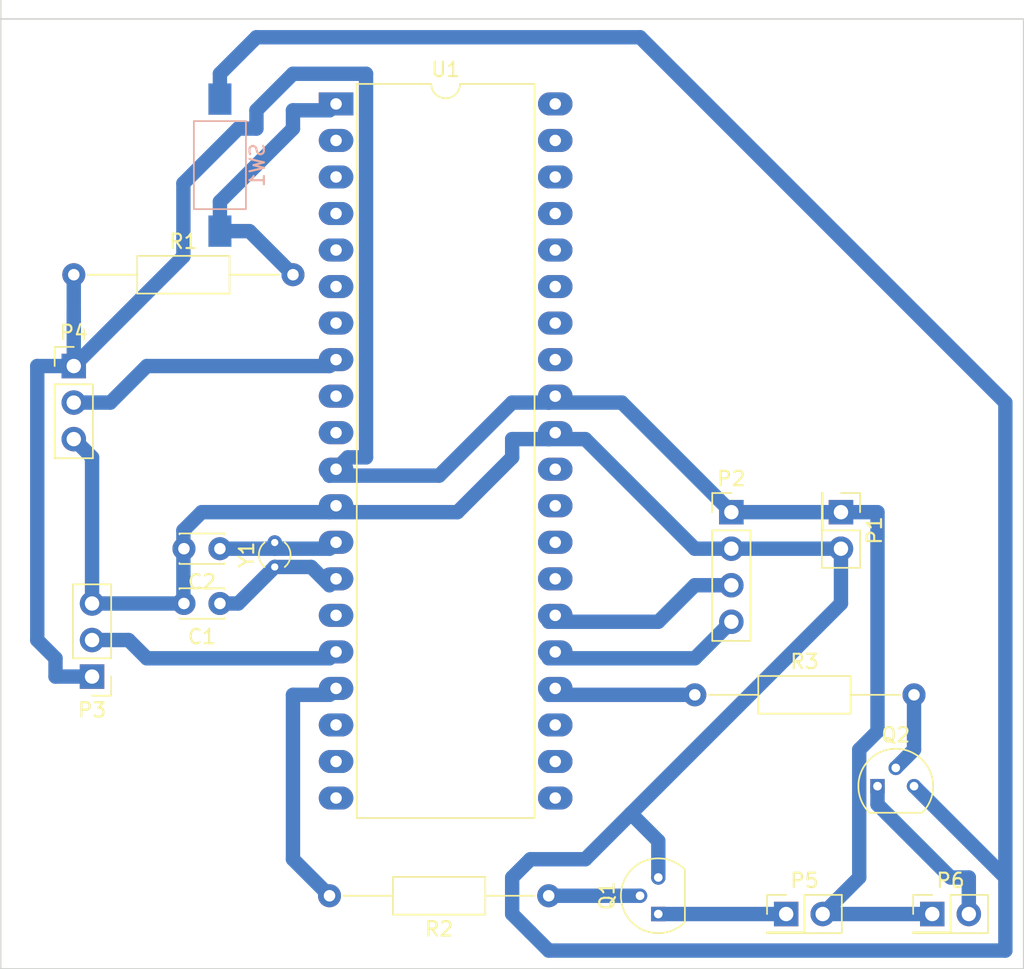
<source format=kicad_pcb>
(kicad_pcb (version 4) (host pcbnew 4.0.7)

  (general
    (links 34)
    (no_connects 0)
    (area 133.299999 87.579999 204.520001 154.990001)
    (thickness 1.6)
    (drawings 5)
    (tracks 120)
    (zones 0)
    (modules 16)
    (nets 42)
  )

  (page A4)
  (layers
    (0 F.Cu signal)
    (31 B.Cu signal)
    (32 B.Adhes user)
    (33 F.Adhes user)
    (34 B.Paste user)
    (35 F.Paste user)
    (36 B.SilkS user)
    (37 F.SilkS user)
    (38 B.Mask user)
    (39 F.Mask user)
    (40 Dwgs.User user)
    (41 Cmts.User user)
    (42 Eco1.User user)
    (43 Eco2.User user)
    (44 Edge.Cuts user)
    (45 Margin user)
    (46 B.CrtYd user)
    (47 F.CrtYd user)
    (48 B.Fab user)
    (49 F.Fab user)
  )

  (setup
    (last_trace_width 1)
    (trace_clearance 0.2)
    (zone_clearance 0.508)
    (zone_45_only no)
    (trace_min 0.2)
    (segment_width 0.2)
    (edge_width 0.1)
    (via_size 0.6)
    (via_drill 0.4)
    (via_min_size 0.4)
    (via_min_drill 0.3)
    (uvia_size 0.3)
    (uvia_drill 0.1)
    (uvias_allowed no)
    (uvia_min_size 0.2)
    (uvia_min_drill 0.1)
    (pcb_text_width 0.3)
    (pcb_text_size 1.5 1.5)
    (mod_edge_width 0.15)
    (mod_text_size 1 1)
    (mod_text_width 0.15)
    (pad_size 1.5 1.5)
    (pad_drill 0.6)
    (pad_to_mask_clearance 0)
    (aux_axis_origin 0 0)
    (visible_elements 7FFFFFFF)
    (pcbplotparams
      (layerselection 0x00030_80000001)
      (usegerberextensions false)
      (excludeedgelayer true)
      (linewidth 0.100000)
      (plotframeref false)
      (viasonmask false)
      (mode 1)
      (useauxorigin false)
      (hpglpennumber 1)
      (hpglpenspeed 20)
      (hpglpendiameter 15)
      (hpglpenoverlay 2)
      (psnegative false)
      (psa4output false)
      (plotreference true)
      (plotvalue true)
      (plotinvisibletext false)
      (padsonsilk false)
      (subtractmaskfromsilk false)
      (outputformat 1)
      (mirror false)
      (drillshape 1)
      (scaleselection 1)
      (outputdirectory ""))
  )

  (net 0 "")
  (net 1 "Net-(C1-Pad1)")
  (net 2 GND)
  (net 3 "Net-(C2-Pad1)")
  (net 4 +5V)
  (net 5 "Net-(P2-Pad3)")
  (net 6 "Net-(P2-Pad4)")
  (net 7 RC1)
  (net 8 RE0)
  (net 9 "Net-(P5-Pad1)")
  (net 10 "Net-(P6-Pad2)")
  (net 11 "Net-(Q1-Pad2)")
  (net 12 "Net-(Q2-Pad2)")
  (net 13 "Net-(R1-Pad2)")
  (net 14 RC2)
  (net 15 RC5)
  (net 16 "Net-(U1-Pad33)")
  (net 17 "Net-(U1-Pad2)")
  (net 18 "Net-(U1-Pad34)")
  (net 19 "Net-(U1-Pad3)")
  (net 20 "Net-(U1-Pad35)")
  (net 21 "Net-(U1-Pad4)")
  (net 22 "Net-(U1-Pad36)")
  (net 23 "Net-(U1-Pad5)")
  (net 24 "Net-(U1-Pad37)")
  (net 25 "Net-(U1-Pad6)")
  (net 26 "Net-(U1-Pad38)")
  (net 27 "Net-(U1-Pad7)")
  (net 28 "Net-(U1-Pad39)")
  (net 29 "Net-(U1-Pad9)")
  (net 30 "Net-(U1-Pad10)")
  (net 31 "Net-(U1-Pad15)")
  (net 32 "Net-(U1-Pad18)")
  (net 33 "Net-(U1-Pad19)")
  (net 34 "Net-(U1-Pad20)")
  (net 35 "Net-(U1-Pad21)")
  (net 36 "Net-(U1-Pad22)")
  (net 37 "Net-(U1-Pad23)")
  (net 38 "Net-(U1-Pad27)")
  (net 39 "Net-(U1-Pad28)")
  (net 40 "Net-(U1-Pad29)")
  (net 41 "Net-(U1-Pad30)")

  (net_class Default "Esta é a classe de net default."
    (clearance 0.2)
    (trace_width 1)
    (via_dia 0.6)
    (via_drill 0.4)
    (uvia_dia 0.3)
    (uvia_drill 0.1)
    (add_net +5V)
    (add_net GND)
    (add_net "Net-(C1-Pad1)")
    (add_net "Net-(C2-Pad1)")
    (add_net "Net-(P2-Pad3)")
    (add_net "Net-(P2-Pad4)")
    (add_net "Net-(P5-Pad1)")
    (add_net "Net-(P6-Pad2)")
    (add_net "Net-(Q1-Pad2)")
    (add_net "Net-(Q2-Pad2)")
    (add_net "Net-(R1-Pad2)")
    (add_net "Net-(U1-Pad10)")
    (add_net "Net-(U1-Pad15)")
    (add_net "Net-(U1-Pad18)")
    (add_net "Net-(U1-Pad19)")
    (add_net "Net-(U1-Pad2)")
    (add_net "Net-(U1-Pad20)")
    (add_net "Net-(U1-Pad21)")
    (add_net "Net-(U1-Pad22)")
    (add_net "Net-(U1-Pad23)")
    (add_net "Net-(U1-Pad27)")
    (add_net "Net-(U1-Pad28)")
    (add_net "Net-(U1-Pad29)")
    (add_net "Net-(U1-Pad3)")
    (add_net "Net-(U1-Pad30)")
    (add_net "Net-(U1-Pad33)")
    (add_net "Net-(U1-Pad34)")
    (add_net "Net-(U1-Pad35)")
    (add_net "Net-(U1-Pad36)")
    (add_net "Net-(U1-Pad37)")
    (add_net "Net-(U1-Pad38)")
    (add_net "Net-(U1-Pad39)")
    (add_net "Net-(U1-Pad4)")
    (add_net "Net-(U1-Pad5)")
    (add_net "Net-(U1-Pad6)")
    (add_net "Net-(U1-Pad7)")
    (add_net "Net-(U1-Pad9)")
    (add_net RC1)
    (add_net RC2)
    (add_net RC5)
    (add_net RE0)
  )

  (module Capacitors_THT:C_Disc_D3.0mm_W2.0mm_P2.50mm (layer F.Cu) (tedit 597BC7C2) (tstamp 59C1EEED)
    (at 148.59 129.54 180)
    (descr "C, Disc series, Radial, pin pitch=2.50mm, , diameter*width=3*2mm^2, Capacitor")
    (tags "C Disc series Radial pin pitch 2.50mm  diameter 3mm width 2mm Capacitor")
    (path /57D95E2B)
    (fp_text reference C1 (at 1.25 -2.31 180) (layer F.SilkS)
      (effects (font (size 1 1) (thickness 0.15)))
    )
    (fp_text value 22pF (at 1.25 2.31 180) (layer F.Fab)
      (effects (font (size 1 1) (thickness 0.15)))
    )
    (fp_line (start -0.25 -1) (end -0.25 1) (layer F.Fab) (width 0.1))
    (fp_line (start -0.25 1) (end 2.75 1) (layer F.Fab) (width 0.1))
    (fp_line (start 2.75 1) (end 2.75 -1) (layer F.Fab) (width 0.1))
    (fp_line (start 2.75 -1) (end -0.25 -1) (layer F.Fab) (width 0.1))
    (fp_line (start -0.31 -1.06) (end 2.81 -1.06) (layer F.SilkS) (width 0.12))
    (fp_line (start -0.31 1.06) (end 2.81 1.06) (layer F.SilkS) (width 0.12))
    (fp_line (start -0.31 -1.06) (end -0.31 -0.996) (layer F.SilkS) (width 0.12))
    (fp_line (start -0.31 0.996) (end -0.31 1.06) (layer F.SilkS) (width 0.12))
    (fp_line (start 2.81 -1.06) (end 2.81 -0.996) (layer F.SilkS) (width 0.12))
    (fp_line (start 2.81 0.996) (end 2.81 1.06) (layer F.SilkS) (width 0.12))
    (fp_line (start -1.05 -1.35) (end -1.05 1.35) (layer F.CrtYd) (width 0.05))
    (fp_line (start -1.05 1.35) (end 3.55 1.35) (layer F.CrtYd) (width 0.05))
    (fp_line (start 3.55 1.35) (end 3.55 -1.35) (layer F.CrtYd) (width 0.05))
    (fp_line (start 3.55 -1.35) (end -1.05 -1.35) (layer F.CrtYd) (width 0.05))
    (fp_text user %R (at 1.25 0 180) (layer F.Fab)
      (effects (font (size 1 1) (thickness 0.15)))
    )
    (pad 1 thru_hole circle (at 0 0 180) (size 1.6 1.6) (drill 0.8) (layers *.Cu *.Mask)
      (net 1 "Net-(C1-Pad1)"))
    (pad 2 thru_hole circle (at 2.5 0 180) (size 1.6 1.6) (drill 0.8) (layers *.Cu *.Mask)
      (net 2 GND))
    (model ${KISYS3DMOD}/Capacitors_THT.3dshapes/C_Disc_D3.0mm_W2.0mm_P2.50mm.wrl
      (at (xyz 0 0 0))
      (scale (xyz 1 1 1))
      (rotate (xyz 0 0 0))
    )
  )

  (module Pin_Headers:Pin_Header_Straight_2x01_Pitch2.54mm (layer F.Cu) (tedit 59650532) (tstamp 59C1EEF9)
    (at 191.77 123.19 270)
    (descr "Through hole straight pin header, 2x01, 2.54mm pitch, double rows")
    (tags "Through hole pin header THT 2x01 2.54mm double row")
    (path /57D95175)
    (fp_text reference P1 (at 1.27 -2.33 270) (layer F.SilkS)
      (effects (font (size 1 1) (thickness 0.15)))
    )
    (fp_text value POWER (at 1.27 2.33 270) (layer F.Fab)
      (effects (font (size 1 1) (thickness 0.15)))
    )
    (fp_line (start 0 -1.27) (end 3.81 -1.27) (layer F.Fab) (width 0.1))
    (fp_line (start 3.81 -1.27) (end 3.81 1.27) (layer F.Fab) (width 0.1))
    (fp_line (start 3.81 1.27) (end -1.27 1.27) (layer F.Fab) (width 0.1))
    (fp_line (start -1.27 1.27) (end -1.27 0) (layer F.Fab) (width 0.1))
    (fp_line (start -1.27 0) (end 0 -1.27) (layer F.Fab) (width 0.1))
    (fp_line (start -1.33 1.33) (end 3.87 1.33) (layer F.SilkS) (width 0.12))
    (fp_line (start -1.33 1.27) (end -1.33 1.33) (layer F.SilkS) (width 0.12))
    (fp_line (start 3.87 -1.33) (end 3.87 1.33) (layer F.SilkS) (width 0.12))
    (fp_line (start -1.33 1.27) (end 1.27 1.27) (layer F.SilkS) (width 0.12))
    (fp_line (start 1.27 1.27) (end 1.27 -1.33) (layer F.SilkS) (width 0.12))
    (fp_line (start 1.27 -1.33) (end 3.87 -1.33) (layer F.SilkS) (width 0.12))
    (fp_line (start -1.33 0) (end -1.33 -1.33) (layer F.SilkS) (width 0.12))
    (fp_line (start -1.33 -1.33) (end 0 -1.33) (layer F.SilkS) (width 0.12))
    (fp_line (start -1.8 -1.8) (end -1.8 1.8) (layer F.CrtYd) (width 0.05))
    (fp_line (start -1.8 1.8) (end 4.35 1.8) (layer F.CrtYd) (width 0.05))
    (fp_line (start 4.35 1.8) (end 4.35 -1.8) (layer F.CrtYd) (width 0.05))
    (fp_line (start 4.35 -1.8) (end -1.8 -1.8) (layer F.CrtYd) (width 0.05))
    (fp_text user %R (at 1.27 0 360) (layer F.Fab)
      (effects (font (size 1 1) (thickness 0.15)))
    )
    (pad 1 thru_hole rect (at 0 0 270) (size 1.7 1.7) (drill 1) (layers *.Cu *.Mask)
      (net 4 +5V))
    (pad 2 thru_hole oval (at 2.54 0 270) (size 1.7 1.7) (drill 1) (layers *.Cu *.Mask)
      (net 2 GND))
    (model ${KISYS3DMOD}/Pin_Headers.3dshapes/Pin_Header_Straight_2x01_Pitch2.54mm.wrl
      (at (xyz 0 0 0))
      (scale (xyz 1 1 1))
      (rotate (xyz 0 0 0))
    )
  )

  (module Pin_Headers:Pin_Header_Straight_1x03_Pitch2.54mm (layer F.Cu) (tedit 59650532) (tstamp 59C1EF08)
    (at 139.7 134.62 180)
    (descr "Through hole straight pin header, 1x03, 2.54mm pitch, single row")
    (tags "Through hole pin header THT 1x03 2.54mm single row")
    (path /59B017FA)
    (fp_text reference P3 (at 0 -2.33 180) (layer F.SilkS)
      (effects (font (size 1 1) (thickness 0.15)))
    )
    (fp_text value SERVO_MOTOR (at 0 7.41 180) (layer F.Fab)
      (effects (font (size 1 1) (thickness 0.15)))
    )
    (fp_line (start -0.635 -1.27) (end 1.27 -1.27) (layer F.Fab) (width 0.1))
    (fp_line (start 1.27 -1.27) (end 1.27 6.35) (layer F.Fab) (width 0.1))
    (fp_line (start 1.27 6.35) (end -1.27 6.35) (layer F.Fab) (width 0.1))
    (fp_line (start -1.27 6.35) (end -1.27 -0.635) (layer F.Fab) (width 0.1))
    (fp_line (start -1.27 -0.635) (end -0.635 -1.27) (layer F.Fab) (width 0.1))
    (fp_line (start -1.33 6.41) (end 1.33 6.41) (layer F.SilkS) (width 0.12))
    (fp_line (start -1.33 1.27) (end -1.33 6.41) (layer F.SilkS) (width 0.12))
    (fp_line (start 1.33 1.27) (end 1.33 6.41) (layer F.SilkS) (width 0.12))
    (fp_line (start -1.33 1.27) (end 1.33 1.27) (layer F.SilkS) (width 0.12))
    (fp_line (start -1.33 0) (end -1.33 -1.33) (layer F.SilkS) (width 0.12))
    (fp_line (start -1.33 -1.33) (end 0 -1.33) (layer F.SilkS) (width 0.12))
    (fp_line (start -1.8 -1.8) (end -1.8 6.85) (layer F.CrtYd) (width 0.05))
    (fp_line (start -1.8 6.85) (end 1.8 6.85) (layer F.CrtYd) (width 0.05))
    (fp_line (start 1.8 6.85) (end 1.8 -1.8) (layer F.CrtYd) (width 0.05))
    (fp_line (start 1.8 -1.8) (end -1.8 -1.8) (layer F.CrtYd) (width 0.05))
    (fp_text user %R (at 0 2.54 270) (layer F.Fab)
      (effects (font (size 1 1) (thickness 0.15)))
    )
    (pad 1 thru_hole rect (at 0 0 180) (size 1.7 1.7) (drill 1) (layers *.Cu *.Mask)
      (net 4 +5V))
    (pad 2 thru_hole oval (at 0 2.54 180) (size 1.7 1.7) (drill 1) (layers *.Cu *.Mask)
      (net 7 RC1))
    (pad 3 thru_hole oval (at 0 5.08 180) (size 1.7 1.7) (drill 1) (layers *.Cu *.Mask)
      (net 2 GND))
    (model ${KISYS3DMOD}/Pin_Headers.3dshapes/Pin_Header_Straight_1x03_Pitch2.54mm.wrl
      (at (xyz 0 0 0))
      (scale (xyz 1 1 1))
      (rotate (xyz 0 0 0))
    )
  )

  (module Pin_Headers:Pin_Header_Straight_2x01_Pitch2.54mm (layer F.Cu) (tedit 59650532) (tstamp 59C1EF15)
    (at 187.96 151.13)
    (descr "Through hole straight pin header, 2x01, 2.54mm pitch, double rows")
    (tags "Through hole pin header THT 2x01 2.54mm double row")
    (path /59B095EC)
    (fp_text reference P5 (at 1.27 -2.33) (layer F.SilkS)
      (effects (font (size 1 1) (thickness 0.15)))
    )
    (fp_text value ventilador (at 1.27 2.33) (layer F.Fab)
      (effects (font (size 1 1) (thickness 0.15)))
    )
    (fp_line (start 0 -1.27) (end 3.81 -1.27) (layer F.Fab) (width 0.1))
    (fp_line (start 3.81 -1.27) (end 3.81 1.27) (layer F.Fab) (width 0.1))
    (fp_line (start 3.81 1.27) (end -1.27 1.27) (layer F.Fab) (width 0.1))
    (fp_line (start -1.27 1.27) (end -1.27 0) (layer F.Fab) (width 0.1))
    (fp_line (start -1.27 0) (end 0 -1.27) (layer F.Fab) (width 0.1))
    (fp_line (start -1.33 1.33) (end 3.87 1.33) (layer F.SilkS) (width 0.12))
    (fp_line (start -1.33 1.27) (end -1.33 1.33) (layer F.SilkS) (width 0.12))
    (fp_line (start 3.87 -1.33) (end 3.87 1.33) (layer F.SilkS) (width 0.12))
    (fp_line (start -1.33 1.27) (end 1.27 1.27) (layer F.SilkS) (width 0.12))
    (fp_line (start 1.27 1.27) (end 1.27 -1.33) (layer F.SilkS) (width 0.12))
    (fp_line (start 1.27 -1.33) (end 3.87 -1.33) (layer F.SilkS) (width 0.12))
    (fp_line (start -1.33 0) (end -1.33 -1.33) (layer F.SilkS) (width 0.12))
    (fp_line (start -1.33 -1.33) (end 0 -1.33) (layer F.SilkS) (width 0.12))
    (fp_line (start -1.8 -1.8) (end -1.8 1.8) (layer F.CrtYd) (width 0.05))
    (fp_line (start -1.8 1.8) (end 4.35 1.8) (layer F.CrtYd) (width 0.05))
    (fp_line (start 4.35 1.8) (end 4.35 -1.8) (layer F.CrtYd) (width 0.05))
    (fp_line (start 4.35 -1.8) (end -1.8 -1.8) (layer F.CrtYd) (width 0.05))
    (fp_text user %R (at 1.27 0 90) (layer F.Fab)
      (effects (font (size 1 1) (thickness 0.15)))
    )
    (pad 1 thru_hole rect (at 0 0) (size 1.7 1.7) (drill 1) (layers *.Cu *.Mask)
      (net 9 "Net-(P5-Pad1)"))
    (pad 2 thru_hole oval (at 2.54 0) (size 1.7 1.7) (drill 1) (layers *.Cu *.Mask)
      (net 4 +5V))
    (model ${KISYS3DMOD}/Pin_Headers.3dshapes/Pin_Header_Straight_2x01_Pitch2.54mm.wrl
      (at (xyz 0 0 0))
      (scale (xyz 1 1 1))
      (rotate (xyz 0 0 0))
    )
  )

  (module Pin_Headers:Pin_Header_Straight_2x01_Pitch2.54mm (layer F.Cu) (tedit 59650532) (tstamp 59C1EF1B)
    (at 198.12 151.13)
    (descr "Through hole straight pin header, 2x01, 2.54mm pitch, double rows")
    (tags "Through hole pin header THT 2x01 2.54mm double row")
    (path /59B098D4)
    (fp_text reference P6 (at 1.27 -2.33) (layer F.SilkS)
      (effects (font (size 1 1) (thickness 0.15)))
    )
    (fp_text value aquecedor (at 1.27 2.33) (layer F.Fab)
      (effects (font (size 1 1) (thickness 0.15)))
    )
    (fp_line (start 0 -1.27) (end 3.81 -1.27) (layer F.Fab) (width 0.1))
    (fp_line (start 3.81 -1.27) (end 3.81 1.27) (layer F.Fab) (width 0.1))
    (fp_line (start 3.81 1.27) (end -1.27 1.27) (layer F.Fab) (width 0.1))
    (fp_line (start -1.27 1.27) (end -1.27 0) (layer F.Fab) (width 0.1))
    (fp_line (start -1.27 0) (end 0 -1.27) (layer F.Fab) (width 0.1))
    (fp_line (start -1.33 1.33) (end 3.87 1.33) (layer F.SilkS) (width 0.12))
    (fp_line (start -1.33 1.27) (end -1.33 1.33) (layer F.SilkS) (width 0.12))
    (fp_line (start 3.87 -1.33) (end 3.87 1.33) (layer F.SilkS) (width 0.12))
    (fp_line (start -1.33 1.27) (end 1.27 1.27) (layer F.SilkS) (width 0.12))
    (fp_line (start 1.27 1.27) (end 1.27 -1.33) (layer F.SilkS) (width 0.12))
    (fp_line (start 1.27 -1.33) (end 3.87 -1.33) (layer F.SilkS) (width 0.12))
    (fp_line (start -1.33 0) (end -1.33 -1.33) (layer F.SilkS) (width 0.12))
    (fp_line (start -1.33 -1.33) (end 0 -1.33) (layer F.SilkS) (width 0.12))
    (fp_line (start -1.8 -1.8) (end -1.8 1.8) (layer F.CrtYd) (width 0.05))
    (fp_line (start -1.8 1.8) (end 4.35 1.8) (layer F.CrtYd) (width 0.05))
    (fp_line (start 4.35 1.8) (end 4.35 -1.8) (layer F.CrtYd) (width 0.05))
    (fp_line (start 4.35 -1.8) (end -1.8 -1.8) (layer F.CrtYd) (width 0.05))
    (fp_text user %R (at 1.27 0 90) (layer F.Fab)
      (effects (font (size 1 1) (thickness 0.15)))
    )
    (pad 1 thru_hole rect (at 0 0) (size 1.7 1.7) (drill 1) (layers *.Cu *.Mask)
      (net 4 +5V))
    (pad 2 thru_hole oval (at 2.54 0) (size 1.7 1.7) (drill 1) (layers *.Cu *.Mask)
      (net 10 "Net-(P6-Pad2)"))
    (model ${KISYS3DMOD}/Pin_Headers.3dshapes/Pin_Header_Straight_2x01_Pitch2.54mm.wrl
      (at (xyz 0 0 0))
      (scale (xyz 1 1 1))
      (rotate (xyz 0 0 0))
    )
  )

  (module TO_SOT_Packages_THT:TO-92_Molded_Narrow (layer F.Cu) (tedit 58CE52AF) (tstamp 59C1EF22)
    (at 179.07 151.13 90)
    (descr "TO-92 leads molded, narrow, drill 0.6mm (see NXP sot054_po.pdf)")
    (tags "to-92 sc-43 sc-43a sot54 PA33 transistor")
    (path /59B03E24)
    (fp_text reference Q1 (at 1.27 -3.56 90) (layer F.SilkS)
      (effects (font (size 1 1) (thickness 0.15)))
    )
    (fp_text value BC548 (at 1.27 2.79 90) (layer F.Fab)
      (effects (font (size 1 1) (thickness 0.15)))
    )
    (fp_text user %R (at 1.27 -3.56 90) (layer F.Fab)
      (effects (font (size 1 1) (thickness 0.15)))
    )
    (fp_line (start -0.53 1.85) (end 3.07 1.85) (layer F.SilkS) (width 0.12))
    (fp_line (start -0.5 1.75) (end 3 1.75) (layer F.Fab) (width 0.1))
    (fp_line (start -1.46 -2.73) (end 4 -2.73) (layer F.CrtYd) (width 0.05))
    (fp_line (start -1.46 -2.73) (end -1.46 2.01) (layer F.CrtYd) (width 0.05))
    (fp_line (start 4 2.01) (end 4 -2.73) (layer F.CrtYd) (width 0.05))
    (fp_line (start 4 2.01) (end -1.46 2.01) (layer F.CrtYd) (width 0.05))
    (fp_arc (start 1.27 0) (end 1.27 -2.48) (angle 135) (layer F.Fab) (width 0.1))
    (fp_arc (start 1.27 0) (end 1.27 -2.6) (angle -135) (layer F.SilkS) (width 0.12))
    (fp_arc (start 1.27 0) (end 1.27 -2.48) (angle -135) (layer F.Fab) (width 0.1))
    (fp_arc (start 1.27 0) (end 1.27 -2.6) (angle 135) (layer F.SilkS) (width 0.12))
    (pad 2 thru_hole circle (at 1.27 -1.27 180) (size 1 1) (drill 0.6) (layers *.Cu *.Mask)
      (net 11 "Net-(Q1-Pad2)"))
    (pad 3 thru_hole circle (at 2.54 0 180) (size 1 1) (drill 0.6) (layers *.Cu *.Mask)
      (net 2 GND))
    (pad 1 thru_hole rect (at 0 0 180) (size 1 1) (drill 0.6) (layers *.Cu *.Mask)
      (net 9 "Net-(P5-Pad1)"))
    (model ${KISYS3DMOD}/TO_SOT_Packages_THT.3dshapes/TO-92_Molded_Narrow.wrl
      (at (xyz 0.05 0 0))
      (scale (xyz 1 1 1))
      (rotate (xyz 0 0 -90))
    )
  )

  (module TO_SOT_Packages_THT:TO-92_Molded_Narrow (layer F.Cu) (tedit 58CE52AF) (tstamp 59C1EF29)
    (at 194.31 142.24)
    (descr "TO-92 leads molded, narrow, drill 0.6mm (see NXP sot054_po.pdf)")
    (tags "to-92 sc-43 sc-43a sot54 PA33 transistor")
    (path /59B0302E)
    (fp_text reference Q2 (at 1.27 -3.56) (layer F.SilkS)
      (effects (font (size 1 1) (thickness 0.15)))
    )
    (fp_text value BC548 (at 1.27 2.79) (layer F.Fab)
      (effects (font (size 1 1) (thickness 0.15)))
    )
    (fp_text user %R (at 1.27 -3.56) (layer F.Fab)
      (effects (font (size 1 1) (thickness 0.15)))
    )
    (fp_line (start -0.53 1.85) (end 3.07 1.85) (layer F.SilkS) (width 0.12))
    (fp_line (start -0.5 1.75) (end 3 1.75) (layer F.Fab) (width 0.1))
    (fp_line (start -1.46 -2.73) (end 4 -2.73) (layer F.CrtYd) (width 0.05))
    (fp_line (start -1.46 -2.73) (end -1.46 2.01) (layer F.CrtYd) (width 0.05))
    (fp_line (start 4 2.01) (end 4 -2.73) (layer F.CrtYd) (width 0.05))
    (fp_line (start 4 2.01) (end -1.46 2.01) (layer F.CrtYd) (width 0.05))
    (fp_arc (start 1.27 0) (end 1.27 -2.48) (angle 135) (layer F.Fab) (width 0.1))
    (fp_arc (start 1.27 0) (end 1.27 -2.6) (angle -135) (layer F.SilkS) (width 0.12))
    (fp_arc (start 1.27 0) (end 1.27 -2.48) (angle -135) (layer F.Fab) (width 0.1))
    (fp_arc (start 1.27 0) (end 1.27 -2.6) (angle 135) (layer F.SilkS) (width 0.12))
    (pad 2 thru_hole circle (at 1.27 -1.27 90) (size 1 1) (drill 0.6) (layers *.Cu *.Mask)
      (net 12 "Net-(Q2-Pad2)"))
    (pad 3 thru_hole circle (at 2.54 0 90) (size 1 1) (drill 0.6) (layers *.Cu *.Mask)
      (net 2 GND))
    (pad 1 thru_hole rect (at 0 0 90) (size 1 1) (drill 0.6) (layers *.Cu *.Mask)
      (net 10 "Net-(P6-Pad2)"))
    (model ${KISYS3DMOD}/TO_SOT_Packages_THT.3dshapes/TO-92_Molded_Narrow.wrl
      (at (xyz 0.05 0 0))
      (scale (xyz 1 1 1))
      (rotate (xyz 0 0 -90))
    )
  )

  (module Buttons_Switches_SMD:SW_SPST_FSMSM (layer B.Cu) (tedit 58723FBE) (tstamp 59C1EF41)
    (at 148.59 99.06 90)
    (descr http://www.te.com/commerce/DocumentDelivery/DDEController?Action=srchrtrv&DocNm=1437566-3&DocType=Customer+Drawing&DocLang=English)
    (tags "SPST button tactile switch")
    (path /57D96650)
    (attr smd)
    (fp_text reference SW1 (at 0 2.6 90) (layer B.SilkS)
      (effects (font (size 1 1) (thickness 0.15)) (justify mirror))
    )
    (fp_text value RESET (at 0 -3 90) (layer B.Fab)
      (effects (font (size 1 1) (thickness 0.15)) (justify mirror))
    )
    (fp_text user %R (at 0 2.6 90) (layer B.Fab)
      (effects (font (size 1 1) (thickness 0.15)) (justify mirror))
    )
    (fp_line (start -1.75 1) (end 1.75 1) (layer B.Fab) (width 0.1))
    (fp_line (start 1.75 1) (end 1.75 -1) (layer B.Fab) (width 0.1))
    (fp_line (start 1.75 -1) (end -1.75 -1) (layer B.Fab) (width 0.1))
    (fp_line (start -1.75 -1) (end -1.75 1) (layer B.Fab) (width 0.1))
    (fp_line (start -3.06 1.81) (end 3.06 1.81) (layer B.SilkS) (width 0.12))
    (fp_line (start 3.06 1.81) (end 3.06 -1.81) (layer B.SilkS) (width 0.12))
    (fp_line (start 3.06 -1.81) (end -3.06 -1.81) (layer B.SilkS) (width 0.12))
    (fp_line (start -3.06 -1.81) (end -3.06 1.81) (layer B.SilkS) (width 0.12))
    (fp_line (start -1.5 -0.8) (end 1.5 -0.8) (layer B.Fab) (width 0.1))
    (fp_line (start -1.5 0.8) (end 1.5 0.8) (layer B.Fab) (width 0.1))
    (fp_line (start 1.5 0.8) (end 1.5 -0.8) (layer B.Fab) (width 0.1))
    (fp_line (start -1.5 0.8) (end -1.5 -0.8) (layer B.Fab) (width 0.1))
    (fp_line (start -5.95 -2) (end 5.95 -2) (layer B.CrtYd) (width 0.05))
    (fp_line (start 5.95 2) (end 5.95 -2) (layer B.CrtYd) (width 0.05))
    (fp_line (start -3 -1.75) (end 3 -1.75) (layer B.Fab) (width 0.1))
    (fp_line (start -3 1.75) (end 3 1.75) (layer B.Fab) (width 0.1))
    (fp_line (start -3 1.75) (end -3 -1.75) (layer B.Fab) (width 0.1))
    (fp_line (start 3 1.75) (end 3 -1.75) (layer B.Fab) (width 0.1))
    (fp_line (start -5.95 2) (end -5.95 -2) (layer B.CrtYd) (width 0.05))
    (fp_line (start -5.95 2) (end 5.95 2) (layer B.CrtYd) (width 0.05))
    (pad 1 smd rect (at -4.59 0 90) (size 2.18 1.6) (layers B.Cu B.Paste B.Mask)
      (net 13 "Net-(R1-Pad2)"))
    (pad 2 smd rect (at 4.59 0 90) (size 2.18 1.6) (layers B.Cu B.Paste B.Mask)
      (net 2 GND))
    (model ${KISYS3DMOD}/Buttons_Switches_SMD.3dshapes/SW_SPST_FSMSM.wrl
      (at (xyz 0 0 0))
      (scale (xyz 1 1 1))
      (rotate (xyz 0 0 0))
    )
  )

  (module Crystals:Crystal_DS15_d1.5mm_l5.0mm_Vertical (layer F.Cu) (tedit 58CD306C) (tstamp 59C1EF8B)
    (at 152.4 127 90)
    (descr "Crystal THT DS15 5.0mm length 1.5mm diameter http://www.microcrystal.com/images/_Product-Documentation/03_TF_metal_Packages/01_Datasheet/DS-Series.pdf")
    (tags ['DS15'])
    (path /57D95C8F)
    (fp_text reference Y1 (at 0.85 -1.95 90) (layer F.SilkS)
      (effects (font (size 1 1) (thickness 0.15)))
    )
    (fp_text value 8MHz (at 0.85 1.95 90) (layer F.Fab)
      (effects (font (size 1 1) (thickness 0.15)))
    )
    (fp_text user %R (at 3 0 90) (layer F.Fab)
      (effects (font (size 0.6 0.6) (thickness 0.09)))
    )
    (fp_circle (center 0.85 0) (end 1.6 0) (layer F.Fab) (width 0.1))
    (fp_circle (center 0.85 0) (end 2.45 0) (layer F.CrtYd) (width 0.05))
    (fp_arc (start 0.85 0) (end 0 -0.7) (angle 101.1) (layer F.SilkS) (width 0.12))
    (fp_arc (start 0.85 0) (end 0 0.7) (angle -101.1) (layer F.SilkS) (width 0.12))
    (pad 1 thru_hole circle (at 0 0 90) (size 1 1) (drill 0.5) (layers *.Cu *.Mask)
      (net 1 "Net-(C1-Pad1)"))
    (pad 2 thru_hole circle (at 1.7 0 90) (size 1 1) (drill 0.5) (layers *.Cu *.Mask)
      (net 3 "Net-(C2-Pad1)"))
    (model ${KISYS3DMOD}/Crystals.3dshapes/Crystal_DS15_d1.5mm_l5.0mm_Vertical.wrl
      (at (xyz 0 0 0))
      (scale (xyz 0.393701 0.393701 0.393701))
      (rotate (xyz 0 0 0))
    )
  )

  (module Capacitors_THT:C_Disc_D3.0mm_W2.0mm_P2.50mm (layer F.Cu) (tedit 597BC7C2) (tstamp 59C27CA5)
    (at 148.59 125.73 180)
    (descr "C, Disc series, Radial, pin pitch=2.50mm, , diameter*width=3*2mm^2, Capacitor")
    (tags "C Disc series Radial pin pitch 2.50mm  diameter 3mm width 2mm Capacitor")
    (path /57D95EA2)
    (fp_text reference C2 (at 1.25 -2.31 180) (layer F.SilkS)
      (effects (font (size 1 1) (thickness 0.15)))
    )
    (fp_text value 22pF (at 1.25 2.31 180) (layer F.Fab)
      (effects (font (size 1 1) (thickness 0.15)))
    )
    (fp_line (start -0.25 -1) (end -0.25 1) (layer F.Fab) (width 0.1))
    (fp_line (start -0.25 1) (end 2.75 1) (layer F.Fab) (width 0.1))
    (fp_line (start 2.75 1) (end 2.75 -1) (layer F.Fab) (width 0.1))
    (fp_line (start 2.75 -1) (end -0.25 -1) (layer F.Fab) (width 0.1))
    (fp_line (start -0.31 -1.06) (end 2.81 -1.06) (layer F.SilkS) (width 0.12))
    (fp_line (start -0.31 1.06) (end 2.81 1.06) (layer F.SilkS) (width 0.12))
    (fp_line (start -0.31 -1.06) (end -0.31 -0.996) (layer F.SilkS) (width 0.12))
    (fp_line (start -0.31 0.996) (end -0.31 1.06) (layer F.SilkS) (width 0.12))
    (fp_line (start 2.81 -1.06) (end 2.81 -0.996) (layer F.SilkS) (width 0.12))
    (fp_line (start 2.81 0.996) (end 2.81 1.06) (layer F.SilkS) (width 0.12))
    (fp_line (start -1.05 -1.35) (end -1.05 1.35) (layer F.CrtYd) (width 0.05))
    (fp_line (start -1.05 1.35) (end 3.55 1.35) (layer F.CrtYd) (width 0.05))
    (fp_line (start 3.55 1.35) (end 3.55 -1.35) (layer F.CrtYd) (width 0.05))
    (fp_line (start 3.55 -1.35) (end -1.05 -1.35) (layer F.CrtYd) (width 0.05))
    (fp_text user %R (at 1.25 0 180) (layer F.Fab)
      (effects (font (size 1 1) (thickness 0.15)))
    )
    (pad 1 thru_hole circle (at 0 0 180) (size 1.6 1.6) (drill 0.8) (layers *.Cu *.Mask)
      (net 3 "Net-(C2-Pad1)"))
    (pad 2 thru_hole circle (at 2.5 0 180) (size 1.6 1.6) (drill 0.8) (layers *.Cu *.Mask)
      (net 2 GND))
    (model ${KISYS3DMOD}/Capacitors_THT.3dshapes/C_Disc_D3.0mm_W2.0mm_P2.50mm.wrl
      (at (xyz 0 0 0))
      (scale (xyz 1 1 1))
      (rotate (xyz 0 0 0))
    )
  )

  (module Socket_Strips:Socket_Strip_Straight_1x04_Pitch2.54mm (layer F.Cu) (tedit 58CD5446) (tstamp 59C27CAA)
    (at 184.15 123.19)
    (descr "Through hole straight socket strip, 1x04, 2.54mm pitch, single row")
    (tags "Through hole socket strip THT 1x04 2.54mm single row")
    (path /57D97849)
    (fp_text reference P2 (at 0 -2.33) (layer F.SilkS)
      (effects (font (size 1 1) (thickness 0.15)))
    )
    (fp_text value BLUETOOTH (at 0 9.95) (layer F.Fab)
      (effects (font (size 1 1) (thickness 0.15)))
    )
    (fp_line (start -1.27 -1.27) (end -1.27 8.89) (layer F.Fab) (width 0.1))
    (fp_line (start -1.27 8.89) (end 1.27 8.89) (layer F.Fab) (width 0.1))
    (fp_line (start 1.27 8.89) (end 1.27 -1.27) (layer F.Fab) (width 0.1))
    (fp_line (start 1.27 -1.27) (end -1.27 -1.27) (layer F.Fab) (width 0.1))
    (fp_line (start -1.33 1.27) (end -1.33 8.95) (layer F.SilkS) (width 0.12))
    (fp_line (start -1.33 8.95) (end 1.33 8.95) (layer F.SilkS) (width 0.12))
    (fp_line (start 1.33 8.95) (end 1.33 1.27) (layer F.SilkS) (width 0.12))
    (fp_line (start 1.33 1.27) (end -1.33 1.27) (layer F.SilkS) (width 0.12))
    (fp_line (start -1.33 0) (end -1.33 -1.33) (layer F.SilkS) (width 0.12))
    (fp_line (start -1.33 -1.33) (end 0 -1.33) (layer F.SilkS) (width 0.12))
    (fp_line (start -1.8 -1.8) (end -1.8 9.4) (layer F.CrtYd) (width 0.05))
    (fp_line (start -1.8 9.4) (end 1.8 9.4) (layer F.CrtYd) (width 0.05))
    (fp_line (start 1.8 9.4) (end 1.8 -1.8) (layer F.CrtYd) (width 0.05))
    (fp_line (start 1.8 -1.8) (end -1.8 -1.8) (layer F.CrtYd) (width 0.05))
    (fp_text user %R (at 0 -2.33) (layer F.Fab)
      (effects (font (size 1 1) (thickness 0.15)))
    )
    (pad 1 thru_hole rect (at 0 0) (size 1.7 1.7) (drill 1) (layers *.Cu *.Mask)
      (net 4 +5V))
    (pad 2 thru_hole oval (at 0 2.54) (size 1.7 1.7) (drill 1) (layers *.Cu *.Mask)
      (net 2 GND))
    (pad 3 thru_hole oval (at 0 5.08) (size 1.7 1.7) (drill 1) (layers *.Cu *.Mask)
      (net 5 "Net-(P2-Pad3)"))
    (pad 4 thru_hole oval (at 0 7.62) (size 1.7 1.7) (drill 1) (layers *.Cu *.Mask)
      (net 6 "Net-(P2-Pad4)"))
    (model ${KISYS3DMOD}/Socket_Strips.3dshapes/Socket_Strip_Straight_1x04_Pitch2.54mm.wrl
      (at (xyz 0 -0.15 0))
      (scale (xyz 1 1 1))
      (rotate (xyz 0 0 270))
    )
  )

  (module Socket_Strips:Socket_Strip_Straight_1x03_Pitch2.54mm (layer F.Cu) (tedit 58CD5446) (tstamp 59C27CB1)
    (at 138.43 113.03)
    (descr "Through hole straight socket strip, 1x03, 2.54mm pitch, single row")
    (tags "Through hole socket strip THT 1x03 2.54mm single row")
    (path /59B015FB)
    (fp_text reference P4 (at 0 -2.33) (layer F.SilkS)
      (effects (font (size 1 1) (thickness 0.15)))
    )
    (fp_text value LM35 (at 0 7.41) (layer F.Fab)
      (effects (font (size 1 1) (thickness 0.15)))
    )
    (fp_line (start -1.27 -1.27) (end -1.27 6.35) (layer F.Fab) (width 0.1))
    (fp_line (start -1.27 6.35) (end 1.27 6.35) (layer F.Fab) (width 0.1))
    (fp_line (start 1.27 6.35) (end 1.27 -1.27) (layer F.Fab) (width 0.1))
    (fp_line (start 1.27 -1.27) (end -1.27 -1.27) (layer F.Fab) (width 0.1))
    (fp_line (start -1.33 1.27) (end -1.33 6.41) (layer F.SilkS) (width 0.12))
    (fp_line (start -1.33 6.41) (end 1.33 6.41) (layer F.SilkS) (width 0.12))
    (fp_line (start 1.33 6.41) (end 1.33 1.27) (layer F.SilkS) (width 0.12))
    (fp_line (start 1.33 1.27) (end -1.33 1.27) (layer F.SilkS) (width 0.12))
    (fp_line (start -1.33 0) (end -1.33 -1.33) (layer F.SilkS) (width 0.12))
    (fp_line (start -1.33 -1.33) (end 0 -1.33) (layer F.SilkS) (width 0.12))
    (fp_line (start -1.8 -1.8) (end -1.8 6.85) (layer F.CrtYd) (width 0.05))
    (fp_line (start -1.8 6.85) (end 1.8 6.85) (layer F.CrtYd) (width 0.05))
    (fp_line (start 1.8 6.85) (end 1.8 -1.8) (layer F.CrtYd) (width 0.05))
    (fp_line (start 1.8 -1.8) (end -1.8 -1.8) (layer F.CrtYd) (width 0.05))
    (fp_text user %R (at 0 -2.33) (layer F.Fab)
      (effects (font (size 1 1) (thickness 0.15)))
    )
    (pad 1 thru_hole rect (at 0 0) (size 1.7 1.7) (drill 1) (layers *.Cu *.Mask)
      (net 4 +5V))
    (pad 2 thru_hole oval (at 0 2.54) (size 1.7 1.7) (drill 1) (layers *.Cu *.Mask)
      (net 8 RE0))
    (pad 3 thru_hole oval (at 0 5.08) (size 1.7 1.7) (drill 1) (layers *.Cu *.Mask)
      (net 2 GND))
    (model ${KISYS3DMOD}/Socket_Strips.3dshapes/Socket_Strip_Straight_1x03_Pitch2.54mm.wrl
      (at (xyz 0 -0.1 0))
      (scale (xyz 1 1 1))
      (rotate (xyz 0 0 270))
    )
  )

  (module Housings_DIP:DIP-40_W15.24mm_LongPads (layer F.Cu) (tedit 58CC8E30) (tstamp 59C27CB7)
    (at 156.665001 94.805)
    (descr "40-lead dip package, row spacing 15.24 mm (600 mils), LongPads")
    (tags "DIL DIP PDIP 2.54mm 15.24mm 600mil LongPads")
    (path /57D94CD3)
    (fp_text reference U1 (at 7.62 -2.39) (layer F.SilkS)
      (effects (font (size 1 1) (thickness 0.15)))
    )
    (fp_text value "PIC18(L)F4550-I/P" (at 7.62 50.65) (layer F.Fab)
      (effects (font (size 1 1) (thickness 0.15)))
    )
    (fp_text user %R (at 7.62 24.13) (layer F.Fab)
      (effects (font (size 1 1) (thickness 0.15)))
    )
    (fp_line (start 1.255 -1.27) (end 14.985 -1.27) (layer F.Fab) (width 0.1))
    (fp_line (start 14.985 -1.27) (end 14.985 49.53) (layer F.Fab) (width 0.1))
    (fp_line (start 14.985 49.53) (end 0.255 49.53) (layer F.Fab) (width 0.1))
    (fp_line (start 0.255 49.53) (end 0.255 -0.27) (layer F.Fab) (width 0.1))
    (fp_line (start 0.255 -0.27) (end 1.255 -1.27) (layer F.Fab) (width 0.1))
    (fp_line (start 6.62 -1.39) (end 1.44 -1.39) (layer F.SilkS) (width 0.12))
    (fp_line (start 1.44 -1.39) (end 1.44 49.65) (layer F.SilkS) (width 0.12))
    (fp_line (start 1.44 49.65) (end 13.8 49.65) (layer F.SilkS) (width 0.12))
    (fp_line (start 13.8 49.65) (end 13.8 -1.39) (layer F.SilkS) (width 0.12))
    (fp_line (start 13.8 -1.39) (end 8.62 -1.39) (layer F.SilkS) (width 0.12))
    (fp_line (start -1.5 -1.6) (end -1.5 49.8) (layer F.CrtYd) (width 0.05))
    (fp_line (start -1.5 49.8) (end 16.7 49.8) (layer F.CrtYd) (width 0.05))
    (fp_line (start 16.7 49.8) (end 16.7 -1.6) (layer F.CrtYd) (width 0.05))
    (fp_line (start 16.7 -1.6) (end -1.5 -1.6) (layer F.CrtYd) (width 0.05))
    (fp_arc (start 7.62 -1.39) (end 6.62 -1.39) (angle -180) (layer F.SilkS) (width 0.12))
    (pad 1 thru_hole rect (at 0 0) (size 2.4 1.6) (drill 0.8) (layers *.Cu *.Mask)
      (net 13 "Net-(R1-Pad2)"))
    (pad 21 thru_hole oval (at 15.24 48.26) (size 2.4 1.6) (drill 0.8) (layers *.Cu *.Mask)
      (net 35 "Net-(U1-Pad21)"))
    (pad 2 thru_hole oval (at 0 2.54) (size 2.4 1.6) (drill 0.8) (layers *.Cu *.Mask)
      (net 17 "Net-(U1-Pad2)"))
    (pad 22 thru_hole oval (at 15.24 45.72) (size 2.4 1.6) (drill 0.8) (layers *.Cu *.Mask)
      (net 36 "Net-(U1-Pad22)"))
    (pad 3 thru_hole oval (at 0 5.08) (size 2.4 1.6) (drill 0.8) (layers *.Cu *.Mask)
      (net 19 "Net-(U1-Pad3)"))
    (pad 23 thru_hole oval (at 15.24 43.18) (size 2.4 1.6) (drill 0.8) (layers *.Cu *.Mask)
      (net 37 "Net-(U1-Pad23)"))
    (pad 4 thru_hole oval (at 0 7.62) (size 2.4 1.6) (drill 0.8) (layers *.Cu *.Mask)
      (net 21 "Net-(U1-Pad4)"))
    (pad 24 thru_hole oval (at 15.24 40.64) (size 2.4 1.6) (drill 0.8) (layers *.Cu *.Mask)
      (net 15 RC5))
    (pad 5 thru_hole oval (at 0 10.16) (size 2.4 1.6) (drill 0.8) (layers *.Cu *.Mask)
      (net 23 "Net-(U1-Pad5)"))
    (pad 25 thru_hole oval (at 15.24 38.1) (size 2.4 1.6) (drill 0.8) (layers *.Cu *.Mask)
      (net 6 "Net-(P2-Pad4)"))
    (pad 6 thru_hole oval (at 0 12.7) (size 2.4 1.6) (drill 0.8) (layers *.Cu *.Mask)
      (net 25 "Net-(U1-Pad6)"))
    (pad 26 thru_hole oval (at 15.24 35.56) (size 2.4 1.6) (drill 0.8) (layers *.Cu *.Mask)
      (net 5 "Net-(P2-Pad3)"))
    (pad 7 thru_hole oval (at 0 15.24) (size 2.4 1.6) (drill 0.8) (layers *.Cu *.Mask)
      (net 27 "Net-(U1-Pad7)"))
    (pad 27 thru_hole oval (at 15.24 33.02) (size 2.4 1.6) (drill 0.8) (layers *.Cu *.Mask)
      (net 38 "Net-(U1-Pad27)"))
    (pad 8 thru_hole oval (at 0 17.78) (size 2.4 1.6) (drill 0.8) (layers *.Cu *.Mask)
      (net 8 RE0))
    (pad 28 thru_hole oval (at 15.24 30.48) (size 2.4 1.6) (drill 0.8) (layers *.Cu *.Mask)
      (net 39 "Net-(U1-Pad28)"))
    (pad 9 thru_hole oval (at 0 20.32) (size 2.4 1.6) (drill 0.8) (layers *.Cu *.Mask)
      (net 29 "Net-(U1-Pad9)"))
    (pad 29 thru_hole oval (at 15.24 27.94) (size 2.4 1.6) (drill 0.8) (layers *.Cu *.Mask)
      (net 40 "Net-(U1-Pad29)"))
    (pad 10 thru_hole oval (at 0 22.86) (size 2.4 1.6) (drill 0.8) (layers *.Cu *.Mask)
      (net 30 "Net-(U1-Pad10)"))
    (pad 30 thru_hole oval (at 15.24 25.4) (size 2.4 1.6) (drill 0.8) (layers *.Cu *.Mask)
      (net 41 "Net-(U1-Pad30)"))
    (pad 11 thru_hole oval (at 0 25.4) (size 2.4 1.6) (drill 0.8) (layers *.Cu *.Mask)
      (net 4 +5V))
    (pad 31 thru_hole oval (at 15.24 22.86) (size 2.4 1.6) (drill 0.8) (layers *.Cu *.Mask)
      (net 2 GND))
    (pad 12 thru_hole oval (at 0 27.94) (size 2.4 1.6) (drill 0.8) (layers *.Cu *.Mask)
      (net 2 GND))
    (pad 32 thru_hole oval (at 15.24 20.32) (size 2.4 1.6) (drill 0.8) (layers *.Cu *.Mask)
      (net 4 +5V))
    (pad 13 thru_hole oval (at 0 30.48) (size 2.4 1.6) (drill 0.8) (layers *.Cu *.Mask)
      (net 3 "Net-(C2-Pad1)"))
    (pad 33 thru_hole oval (at 15.24 17.78) (size 2.4 1.6) (drill 0.8) (layers *.Cu *.Mask)
      (net 16 "Net-(U1-Pad33)"))
    (pad 14 thru_hole oval (at 0 33.02) (size 2.4 1.6) (drill 0.8) (layers *.Cu *.Mask)
      (net 1 "Net-(C1-Pad1)"))
    (pad 34 thru_hole oval (at 15.24 15.24) (size 2.4 1.6) (drill 0.8) (layers *.Cu *.Mask)
      (net 18 "Net-(U1-Pad34)"))
    (pad 15 thru_hole oval (at 0 35.56) (size 2.4 1.6) (drill 0.8) (layers *.Cu *.Mask)
      (net 31 "Net-(U1-Pad15)"))
    (pad 35 thru_hole oval (at 15.24 12.7) (size 2.4 1.6) (drill 0.8) (layers *.Cu *.Mask)
      (net 20 "Net-(U1-Pad35)"))
    (pad 16 thru_hole oval (at 0 38.1) (size 2.4 1.6) (drill 0.8) (layers *.Cu *.Mask)
      (net 7 RC1))
    (pad 36 thru_hole oval (at 15.24 10.16) (size 2.4 1.6) (drill 0.8) (layers *.Cu *.Mask)
      (net 22 "Net-(U1-Pad36)"))
    (pad 17 thru_hole oval (at 0 40.64) (size 2.4 1.6) (drill 0.8) (layers *.Cu *.Mask)
      (net 14 RC2))
    (pad 37 thru_hole oval (at 15.24 7.62) (size 2.4 1.6) (drill 0.8) (layers *.Cu *.Mask)
      (net 24 "Net-(U1-Pad37)"))
    (pad 18 thru_hole oval (at 0 43.18) (size 2.4 1.6) (drill 0.8) (layers *.Cu *.Mask)
      (net 32 "Net-(U1-Pad18)"))
    (pad 38 thru_hole oval (at 15.24 5.08) (size 2.4 1.6) (drill 0.8) (layers *.Cu *.Mask)
      (net 26 "Net-(U1-Pad38)"))
    (pad 19 thru_hole oval (at 0 45.72) (size 2.4 1.6) (drill 0.8) (layers *.Cu *.Mask)
      (net 33 "Net-(U1-Pad19)"))
    (pad 39 thru_hole oval (at 15.24 2.54) (size 2.4 1.6) (drill 0.8) (layers *.Cu *.Mask)
      (net 28 "Net-(U1-Pad39)"))
    (pad 20 thru_hole oval (at 0 48.26) (size 2.4 1.6) (drill 0.8) (layers *.Cu *.Mask)
      (net 34 "Net-(U1-Pad20)"))
    (pad 40 thru_hole oval (at 15.24 0) (size 2.4 1.6) (drill 0.8) (layers *.Cu *.Mask))
    (model ${KISYS3DMOD}/Housings_DIP.3dshapes/DIP-40_W15.24mm_LongPads.wrl
      (at (xyz 0 0 0))
      (scale (xyz 1 1 1))
      (rotate (xyz 0 0 0))
    )
  )

  (module Resistors_THT:R_Axial_DIN0207_L6.3mm_D2.5mm_P15.24mm_Horizontal (layer F.Cu) (tedit 5874F706) (tstamp 59C27E89)
    (at 138.43 106.68)
    (descr "Resistor, Axial_DIN0207 series, Axial, Horizontal, pin pitch=15.24mm, 0.25W = 1/4W, length*diameter=6.3*2.5mm^2, http://cdn-reichelt.de/documents/datenblatt/B400/1_4W%23YAG.pdf")
    (tags "Resistor Axial_DIN0207 series Axial Horizontal pin pitch 15.24mm 0.25W = 1/4W length 6.3mm diameter 2.5mm")
    (path /57D964E4)
    (fp_text reference R1 (at 7.62 -2.31) (layer F.SilkS)
      (effects (font (size 1 1) (thickness 0.15)))
    )
    (fp_text value 10k (at 7.62 2.31) (layer F.Fab)
      (effects (font (size 1 1) (thickness 0.15)))
    )
    (fp_line (start 4.47 -1.25) (end 4.47 1.25) (layer F.Fab) (width 0.1))
    (fp_line (start 4.47 1.25) (end 10.77 1.25) (layer F.Fab) (width 0.1))
    (fp_line (start 10.77 1.25) (end 10.77 -1.25) (layer F.Fab) (width 0.1))
    (fp_line (start 10.77 -1.25) (end 4.47 -1.25) (layer F.Fab) (width 0.1))
    (fp_line (start 0 0) (end 4.47 0) (layer F.Fab) (width 0.1))
    (fp_line (start 15.24 0) (end 10.77 0) (layer F.Fab) (width 0.1))
    (fp_line (start 4.41 -1.31) (end 4.41 1.31) (layer F.SilkS) (width 0.12))
    (fp_line (start 4.41 1.31) (end 10.83 1.31) (layer F.SilkS) (width 0.12))
    (fp_line (start 10.83 1.31) (end 10.83 -1.31) (layer F.SilkS) (width 0.12))
    (fp_line (start 10.83 -1.31) (end 4.41 -1.31) (layer F.SilkS) (width 0.12))
    (fp_line (start 0.98 0) (end 4.41 0) (layer F.SilkS) (width 0.12))
    (fp_line (start 14.26 0) (end 10.83 0) (layer F.SilkS) (width 0.12))
    (fp_line (start -1.05 -1.6) (end -1.05 1.6) (layer F.CrtYd) (width 0.05))
    (fp_line (start -1.05 1.6) (end 16.3 1.6) (layer F.CrtYd) (width 0.05))
    (fp_line (start 16.3 1.6) (end 16.3 -1.6) (layer F.CrtYd) (width 0.05))
    (fp_line (start 16.3 -1.6) (end -1.05 -1.6) (layer F.CrtYd) (width 0.05))
    (pad 1 thru_hole circle (at 0 0) (size 1.6 1.6) (drill 0.8) (layers *.Cu *.Mask)
      (net 4 +5V))
    (pad 2 thru_hole oval (at 15.24 0) (size 1.6 1.6) (drill 0.8) (layers *.Cu *.Mask)
      (net 13 "Net-(R1-Pad2)"))
    (model ${KISYS3DMOD}/Resistors_THT.3dshapes/R_Axial_DIN0207_L6.3mm_D2.5mm_P15.24mm_Horizontal.wrl
      (at (xyz 0 0 0))
      (scale (xyz 0.393701 0.393701 0.393701))
      (rotate (xyz 0 0 0))
    )
  )

  (module Resistors_THT:R_Axial_DIN0207_L6.3mm_D2.5mm_P15.24mm_Horizontal (layer F.Cu) (tedit 5874F706) (tstamp 59C27ECB)
    (at 171.45 149.86 180)
    (descr "Resistor, Axial_DIN0207 series, Axial, Horizontal, pin pitch=15.24mm, 0.25W = 1/4W, length*diameter=6.3*2.5mm^2, http://cdn-reichelt.de/documents/datenblatt/B400/1_4W%23YAG.pdf")
    (tags "Resistor Axial_DIN0207 series Axial Horizontal pin pitch 15.24mm 0.25W = 1/4W length 6.3mm diameter 2.5mm")
    (path /59C20558)
    (fp_text reference R2 (at 7.62 -2.31 180) (layer F.SilkS)
      (effects (font (size 1 1) (thickness 0.15)))
    )
    (fp_text value R (at 7.62 2.31 180) (layer F.Fab)
      (effects (font (size 1 1) (thickness 0.15)))
    )
    (fp_line (start 4.47 -1.25) (end 4.47 1.25) (layer F.Fab) (width 0.1))
    (fp_line (start 4.47 1.25) (end 10.77 1.25) (layer F.Fab) (width 0.1))
    (fp_line (start 10.77 1.25) (end 10.77 -1.25) (layer F.Fab) (width 0.1))
    (fp_line (start 10.77 -1.25) (end 4.47 -1.25) (layer F.Fab) (width 0.1))
    (fp_line (start 0 0) (end 4.47 0) (layer F.Fab) (width 0.1))
    (fp_line (start 15.24 0) (end 10.77 0) (layer F.Fab) (width 0.1))
    (fp_line (start 4.41 -1.31) (end 4.41 1.31) (layer F.SilkS) (width 0.12))
    (fp_line (start 4.41 1.31) (end 10.83 1.31) (layer F.SilkS) (width 0.12))
    (fp_line (start 10.83 1.31) (end 10.83 -1.31) (layer F.SilkS) (width 0.12))
    (fp_line (start 10.83 -1.31) (end 4.41 -1.31) (layer F.SilkS) (width 0.12))
    (fp_line (start 0.98 0) (end 4.41 0) (layer F.SilkS) (width 0.12))
    (fp_line (start 14.26 0) (end 10.83 0) (layer F.SilkS) (width 0.12))
    (fp_line (start -1.05 -1.6) (end -1.05 1.6) (layer F.CrtYd) (width 0.05))
    (fp_line (start -1.05 1.6) (end 16.3 1.6) (layer F.CrtYd) (width 0.05))
    (fp_line (start 16.3 1.6) (end 16.3 -1.6) (layer F.CrtYd) (width 0.05))
    (fp_line (start 16.3 -1.6) (end -1.05 -1.6) (layer F.CrtYd) (width 0.05))
    (pad 1 thru_hole circle (at 0 0 180) (size 1.6 1.6) (drill 0.8) (layers *.Cu *.Mask)
      (net 11 "Net-(Q1-Pad2)"))
    (pad 2 thru_hole oval (at 15.24 0 180) (size 1.6 1.6) (drill 0.8) (layers *.Cu *.Mask)
      (net 14 RC2))
    (model ${KISYS3DMOD}/Resistors_THT.3dshapes/R_Axial_DIN0207_L6.3mm_D2.5mm_P15.24mm_Horizontal.wrl
      (at (xyz 0 0 0))
      (scale (xyz 0.393701 0.393701 0.393701))
      (rotate (xyz 0 0 0))
    )
  )

  (module Resistors_THT:R_Axial_DIN0207_L6.3mm_D2.5mm_P15.24mm_Horizontal (layer F.Cu) (tedit 5874F706) (tstamp 59C27ED0)
    (at 181.61 135.89)
    (descr "Resistor, Axial_DIN0207 series, Axial, Horizontal, pin pitch=15.24mm, 0.25W = 1/4W, length*diameter=6.3*2.5mm^2, http://cdn-reichelt.de/documents/datenblatt/B400/1_4W%23YAG.pdf")
    (tags "Resistor Axial_DIN0207 series Axial Horizontal pin pitch 15.24mm 0.25W = 1/4W length 6.3mm diameter 2.5mm")
    (path /59B04C49)
    (fp_text reference R3 (at 7.62 -2.31) (layer F.SilkS)
      (effects (font (size 1 1) (thickness 0.15)))
    )
    (fp_text value R (at 7.62 2.31) (layer F.Fab)
      (effects (font (size 1 1) (thickness 0.15)))
    )
    (fp_line (start 4.47 -1.25) (end 4.47 1.25) (layer F.Fab) (width 0.1))
    (fp_line (start 4.47 1.25) (end 10.77 1.25) (layer F.Fab) (width 0.1))
    (fp_line (start 10.77 1.25) (end 10.77 -1.25) (layer F.Fab) (width 0.1))
    (fp_line (start 10.77 -1.25) (end 4.47 -1.25) (layer F.Fab) (width 0.1))
    (fp_line (start 0 0) (end 4.47 0) (layer F.Fab) (width 0.1))
    (fp_line (start 15.24 0) (end 10.77 0) (layer F.Fab) (width 0.1))
    (fp_line (start 4.41 -1.31) (end 4.41 1.31) (layer F.SilkS) (width 0.12))
    (fp_line (start 4.41 1.31) (end 10.83 1.31) (layer F.SilkS) (width 0.12))
    (fp_line (start 10.83 1.31) (end 10.83 -1.31) (layer F.SilkS) (width 0.12))
    (fp_line (start 10.83 -1.31) (end 4.41 -1.31) (layer F.SilkS) (width 0.12))
    (fp_line (start 0.98 0) (end 4.41 0) (layer F.SilkS) (width 0.12))
    (fp_line (start 14.26 0) (end 10.83 0) (layer F.SilkS) (width 0.12))
    (fp_line (start -1.05 -1.6) (end -1.05 1.6) (layer F.CrtYd) (width 0.05))
    (fp_line (start -1.05 1.6) (end 16.3 1.6) (layer F.CrtYd) (width 0.05))
    (fp_line (start 16.3 1.6) (end 16.3 -1.6) (layer F.CrtYd) (width 0.05))
    (fp_line (start 16.3 -1.6) (end -1.05 -1.6) (layer F.CrtYd) (width 0.05))
    (pad 1 thru_hole circle (at 0 0) (size 1.6 1.6) (drill 0.8) (layers *.Cu *.Mask)
      (net 15 RC5))
    (pad 2 thru_hole oval (at 15.24 0) (size 1.6 1.6) (drill 0.8) (layers *.Cu *.Mask)
      (net 12 "Net-(Q2-Pad2)"))
    (model ${KISYS3DMOD}/Resistors_THT.3dshapes/R_Axial_DIN0207_L6.3mm_D2.5mm_P15.24mm_Horizontal.wrl
      (at (xyz 0 0 0))
      (scale (xyz 0.393701 0.393701 0.393701))
      (rotate (xyz 0 0 0))
    )
  )

  (gr_line (start 133.35 88.9) (end 133.35 87.63) (angle 90) (layer Edge.Cuts) (width 0.1))
  (gr_line (start 204.47 88.9) (end 133.35 88.9) (angle 90) (layer Edge.Cuts) (width 0.1))
  (gr_line (start 204.47 154.94) (end 204.47 88.9) (angle 90) (layer Edge.Cuts) (width 0.1))
  (gr_line (start 133.35 154.94) (end 204.47 154.94) (angle 90) (layer Edge.Cuts) (width 0.1))
  (gr_line (start 133.35 87.63) (end 133.35 154.94) (angle 90) (layer Edge.Cuts) (width 0.1))

  (segment (start 152.4 127) (end 149.86 129.54) (width 1) (layer B.Cu) (net 1) (status 80000))
  (segment (start 149.86 129.54) (end 148.59 129.54) (width 1) (layer B.Cu) (net 1) (status 80000))
  (segment (start 156.665001 127.825) (end 156.21 128.27) (width 1) (layer B.Cu) (net 1) (status 80000))
  (segment (start 156.21 128.27) (end 154.94 127) (width 1) (layer B.Cu) (net 1) (status 80000))
  (segment (start 154.94 127) (end 152.4 127) (width 1) (layer B.Cu) (net 1) (status 80000))
  (segment (start 179.07 148.59) (end 179.07 146.05) (width 1) (layer B.Cu) (net 2))
  (segment (start 179.07 146.05) (end 177.165 144.145) (width 1) (layer B.Cu) (net 2) (tstamp 59C28316))
  (segment (start 148.59 94.47) (end 148.59 92.71) (width 1) (layer B.Cu) (net 2))
  (segment (start 203.2 115.57) (end 203.2 148.59) (width 1) (layer B.Cu) (net 2) (tstamp 59C28312))
  (segment (start 177.8 90.17) (end 203.2 115.57) (width 1) (layer B.Cu) (net 2) (tstamp 59C28310))
  (segment (start 151.13 90.17) (end 177.8 90.17) (width 1) (layer B.Cu) (net 2) (tstamp 59C2830F))
  (segment (start 148.59 92.71) (end 151.13 90.17) (width 1) (layer B.Cu) (net 2) (tstamp 59C2830E))
  (segment (start 171.905001 117.665) (end 171.45 118.11) (width 1) (layer B.Cu) (net 2) (status 80000))
  (segment (start 171.45 118.11) (end 173.99 118.11) (width 1) (layer B.Cu) (net 2) (status 80000))
  (segment (start 173.99 118.11) (end 181.61 125.73) (width 1) (layer B.Cu) (net 2) (status 80000))
  (segment (start 181.61 125.73) (end 184.15 125.73) (width 1) (layer B.Cu) (net 2) (status 80000))
  (segment (start 191.77 125.73) (end 191.77 129.54) (width 1) (layer B.Cu) (net 2) (status 80000))
  (segment (start 191.77 129.54) (end 177.165 144.145) (width 1) (layer B.Cu) (net 2) (status 80000))
  (segment (start 177.165 144.145) (end 173.99 147.32) (width 1) (layer B.Cu) (net 2) (tstamp 59C28319) (status 80000))
  (segment (start 173.99 147.32) (end 170.18 147.32) (width 1) (layer B.Cu) (net 2) (status 80000))
  (segment (start 170.18 147.32) (end 168.91 148.59) (width 1) (layer B.Cu) (net 2) (status 80000))
  (segment (start 168.91 148.59) (end 168.91 151.13) (width 1) (layer B.Cu) (net 2) (status 80000))
  (segment (start 168.91 151.13) (end 170.18 152.4) (width 1) (layer B.Cu) (net 2) (status 80000))
  (segment (start 170.18 152.4) (end 171.45 153.67) (width 1) (layer B.Cu) (net 2) (tstamp 59C2830A) (status 80000))
  (segment (start 171.45 153.67) (end 203.2 153.67) (width 1) (layer B.Cu) (net 2) (status 80000))
  (segment (start 203.2 153.67) (end 203.2 148.59) (width 1) (layer B.Cu) (net 2) (status 80000))
  (segment (start 203.2 148.59) (end 196.85 142.24) (width 1) (layer B.Cu) (net 2) (status 80000))
  (segment (start 156.665001 122.745) (end 156.21 123.19) (width 1) (layer B.Cu) (net 2) (status 80000))
  (segment (start 156.21 123.19) (end 165.1 123.19) (width 1) (layer B.Cu) (net 2) (status 80000))
  (segment (start 165.1 123.19) (end 168.91 119.38) (width 1) (layer B.Cu) (net 2) (status 80000))
  (segment (start 168.91 119.38) (end 168.91 118.11) (width 1) (layer B.Cu) (net 2) (status 80000))
  (segment (start 168.91 118.11) (end 171.45 118.11) (width 1) (layer B.Cu) (net 2) (status 80000))
  (segment (start 171.45 118.11) (end 171.905001 117.665) (width 1) (layer B.Cu) (net 2) (tstamp 59C282E7) (status 80000))
  (segment (start 146.09 125.73) (end 146.05 125.73) (width 1) (layer B.Cu) (net 2) (status 80000))
  (segment (start 146.05 125.73) (end 146.05 124.46) (width 1) (layer B.Cu) (net 2) (status 80000))
  (segment (start 146.05 124.46) (end 147.32 123.19) (width 1) (layer B.Cu) (net 2) (status 80000))
  (segment (start 147.32 123.19) (end 156.21 123.19) (width 1) (layer B.Cu) (net 2) (status 80000))
  (segment (start 156.21 123.19) (end 156.665001 122.745) (width 1) (layer B.Cu) (net 2) (tstamp 59C282E1) (status 80000))
  (segment (start 139.7 129.54) (end 139.7 119.38) (width 1) (layer B.Cu) (net 2) (status 80000))
  (segment (start 139.7 119.38) (end 138.43 118.11) (width 1) (layer B.Cu) (net 2) (status 80000))
  (segment (start 184.15 125.73) (end 191.77 125.73) (width 1) (layer B.Cu) (net 2) (status 80000))
  (segment (start 146.09 129.54) (end 139.7 129.54) (width 1) (layer B.Cu) (net 2) (status 80000))
  (segment (start 146.09 125.73) (end 146.05 125.73) (width 1) (layer B.Cu) (net 2) (status 80000))
  (segment (start 146.05 125.73) (end 146.05 129.54) (width 1) (layer B.Cu) (net 2) (status 80000))
  (segment (start 146.05 129.54) (end 146.09 129.54) (width 1) (layer B.Cu) (net 2) (tstamp 59C282DD) (status 80000))
  (segment (start 152.4 125.3) (end 152.4 125.73) (width 1) (layer B.Cu) (net 3) (status 80000))
  (segment (start 152.4 125.73) (end 156.21 125.73) (width 1) (layer B.Cu) (net 3) (status 80000))
  (segment (start 156.21 125.73) (end 156.665001 125.285) (width 1) (layer B.Cu) (net 3) (tstamp 59C282DF) (status 80000))
  (segment (start 148.59 125.73) (end 152.4 125.73) (width 1) (layer B.Cu) (net 3) (status 80000))
  (segment (start 152.4 125.73) (end 152.4 125.3) (width 1) (layer B.Cu) (net 3) (tstamp 59C282DE) (status 80000))
  (segment (start 138.43 106.68) (end 138.43 110.49) (width 1) (layer B.Cu) (net 4))
  (segment (start 156.665001 120.205) (end 156.21 120.65) (width 1) (layer B.Cu) (net 4) (status 80000))
  (segment (start 156.21 120.65) (end 157.48 119.38) (width 1) (layer B.Cu) (net 4) (status 80000))
  (segment (start 157.48 119.38) (end 158.75 119.38) (width 1) (layer B.Cu) (net 4) (status 80000))
  (segment (start 158.75 119.38) (end 158.75 92.71) (width 1) (layer B.Cu) (net 4) (status 80000))
  (segment (start 158.75 92.71) (end 153.67 92.71) (width 1) (layer B.Cu) (net 4) (status 80000))
  (segment (start 153.67 92.71) (end 151.13 95.25) (width 1) (layer B.Cu) (net 4) (status 80000))
  (segment (start 151.13 95.25) (end 151.13 96.52) (width 1) (layer B.Cu) (net 4) (status 80000))
  (segment (start 151.13 96.52) (end 149.86 96.52) (width 1) (layer B.Cu) (net 4) (status 80000))
  (segment (start 149.86 96.52) (end 146.05 100.33) (width 1) (layer B.Cu) (net 4) (status 80000))
  (segment (start 146.05 100.33) (end 146.05 105.41) (width 1) (layer B.Cu) (net 4) (status 80000))
  (segment (start 146.05 105.41) (end 138.43 113.03) (width 1) (layer B.Cu) (net 4) (status 80000))
  (segment (start 184.15 123.19) (end 176.53 115.57) (width 1) (layer B.Cu) (net 4) (status 80000))
  (segment (start 176.53 115.57) (end 171.45 115.57) (width 1) (layer B.Cu) (net 4) (status 80000))
  (segment (start 171.45 115.57) (end 171.905001 115.125) (width 1) (layer B.Cu) (net 4) (tstamp 59C282E8) (status 80000))
  (segment (start 171.905001 115.125) (end 171.45 115.57) (width 1) (layer B.Cu) (net 4) (status 80000))
  (segment (start 171.45 115.57) (end 168.91 115.57) (width 1) (layer B.Cu) (net 4) (status 80000))
  (segment (start 168.91 115.57) (end 163.83 120.65) (width 1) (layer B.Cu) (net 4) (status 80000))
  (segment (start 163.83 120.65) (end 156.21 120.65) (width 1) (layer B.Cu) (net 4) (status 80000))
  (segment (start 156.21 120.65) (end 156.665001 120.205) (width 1) (layer B.Cu) (net 4) (tstamp 59C282E6) (status 80000))
  (segment (start 191.77 123.19) (end 194.31 123.19) (width 1) (layer B.Cu) (net 4) (status 80000))
  (segment (start 194.31 123.19) (end 194.31 138.43) (width 1) (layer B.Cu) (net 4) (status 80000))
  (segment (start 194.31 138.43) (end 193.04 139.7) (width 1) (layer B.Cu) (net 4) (status 80000))
  (segment (start 193.04 139.7) (end 193.04 148.59) (width 1) (layer B.Cu) (net 4) (status 80000))
  (segment (start 193.04 148.59) (end 190.5 151.13) (width 1) (layer B.Cu) (net 4) (status 80000))
  (segment (start 138.43 113.03) (end 135.89 113.03) (width 1) (layer B.Cu) (net 4) (status 80000))
  (segment (start 135.89 113.03) (end 135.89 132.08) (width 1) (layer B.Cu) (net 4) (status 80000))
  (segment (start 135.89 132.08) (end 137.16 133.35) (width 1) (layer B.Cu) (net 4) (status 80000))
  (segment (start 137.16 133.35) (end 137.16 134.62) (width 1) (layer B.Cu) (net 4) (status 80000))
  (segment (start 137.16 134.62) (end 139.7 134.62) (width 1) (layer B.Cu) (net 4) (status 80000))
  (segment (start 184.15 123.19) (end 191.77 123.19) (width 1) (layer B.Cu) (net 4) (status 80000))
  (segment (start 190.5 151.13) (end 198.12 151.13) (width 1) (layer B.Cu) (net 4) (status 80000))
  (segment (start 138.43 113.03) (end 138.43 110.49) (width 1) (layer B.Cu) (net 4) (status 80000))
  (segment (start 138.43 110.49) (end 138.43 109.22) (width 1) (layer B.Cu) (net 4) (tstamp 59C28306) (status 80000))
  (segment (start 184.15 128.27) (end 181.61 128.27) (width 1) (layer B.Cu) (net 5) (status 80000))
  (segment (start 181.61 128.27) (end 179.07 130.81) (width 1) (layer B.Cu) (net 5) (status 80000))
  (segment (start 179.07 130.81) (end 171.45 130.81) (width 1) (layer B.Cu) (net 5) (status 80000))
  (segment (start 171.45 130.81) (end 171.905001 130.365) (width 1) (layer B.Cu) (net 5) (tstamp 59C282E3) (status 80000))
  (segment (start 184.15 130.81) (end 181.61 133.35) (width 1) (layer B.Cu) (net 6) (status 80000))
  (segment (start 181.61 133.35) (end 171.45 133.35) (width 1) (layer B.Cu) (net 6) (status 80000))
  (segment (start 171.45 133.35) (end 171.905001 132.905) (width 1) (layer B.Cu) (net 6) (tstamp 59C282E4) (status 80000))
  (segment (start 139.7 132.08) (end 142.24 132.08) (width 1) (layer B.Cu) (net 7) (status 80000))
  (segment (start 142.24 132.08) (end 143.51 133.35) (width 1) (layer B.Cu) (net 7) (status 80000))
  (segment (start 143.51 133.35) (end 156.21 133.35) (width 1) (layer B.Cu) (net 7) (status 80000))
  (segment (start 156.21 133.35) (end 156.665001 132.905) (width 1) (layer B.Cu) (net 7) (tstamp 59C282E2) (status 80000))
  (segment (start 138.43 115.57) (end 140.97 115.57) (width 1) (layer B.Cu) (net 8) (status 80000))
  (segment (start 140.97 115.57) (end 143.51 113.03) (width 1) (layer B.Cu) (net 8) (status 80000))
  (segment (start 143.51 113.03) (end 156.21 113.03) (width 1) (layer B.Cu) (net 8) (status 80000))
  (segment (start 156.21 113.03) (end 156.665001 112.585) (width 1) (layer B.Cu) (net 8) (tstamp 59C282E5) (status 80000))
  (segment (start 179.07 151.13) (end 187.96 151.13) (width 1) (layer B.Cu) (net 9) (status 80000))
  (segment (start 194.31 142.24) (end 194.31 143.51) (width 1) (layer B.Cu) (net 10) (status 80000))
  (segment (start 194.31 143.51) (end 199.39 148.59) (width 1) (layer B.Cu) (net 10) (status 80000))
  (segment (start 199.39 148.59) (end 200.66 148.59) (width 1) (layer B.Cu) (net 10) (status 80000))
  (segment (start 200.66 148.59) (end 200.66 151.13) (width 1) (layer B.Cu) (net 10) (status 80000))
  (segment (start 171.45 149.86) (end 177.8 149.86) (width 1) (layer B.Cu) (net 11) (status 80000))
  (segment (start 196.85 135.89) (end 196.85 139.7) (width 1) (layer B.Cu) (net 12) (status 80000))
  (segment (start 196.85 139.7) (end 195.58 140.97) (width 1) (layer B.Cu) (net 12) (status 80000))
  (segment (start 148.59 103.65) (end 150.64 103.65) (width 1) (layer B.Cu) (net 13))
  (segment (start 150.64 103.65) (end 153.67 106.68) (width 1) (layer B.Cu) (net 13) (tstamp 59C28301))
  (segment (start 148.59 103.65) (end 148.59 101.6) (width 1) (layer B.Cu) (net 13) (status 80000))
  (segment (start 148.59 101.6) (end 153.67 96.52) (width 1) (layer B.Cu) (net 13) (status 80000))
  (segment (start 153.67 96.52) (end 153.67 95.25) (width 1) (layer B.Cu) (net 13) (status 80000))
  (segment (start 153.67 95.25) (end 156.21 95.25) (width 1) (layer B.Cu) (net 13) (status 80000))
  (segment (start 156.21 95.25) (end 156.665001 94.805) (width 1) (layer B.Cu) (net 13) (tstamp 59C282E9) (status 80000))
  (segment (start 156.665001 135.445) (end 156.21 135.89) (width 1) (layer B.Cu) (net 14) (status 80000))
  (segment (start 156.21 135.89) (end 153.67 135.89) (width 1) (layer B.Cu) (net 14) (status 80000))
  (segment (start 153.67 135.89) (end 153.67 147.32) (width 1) (layer B.Cu) (net 14) (status 80000))
  (segment (start 153.67 147.32) (end 156.21 149.86) (width 1) (layer B.Cu) (net 14) (status 80000))
  (segment (start 181.61 135.89) (end 171.45 135.89) (width 1) (layer B.Cu) (net 15) (status 80000))
  (segment (start 171.45 135.89) (end 171.905001 135.445) (width 1) (layer B.Cu) (net 15) (tstamp 59C282E0) (status 80000))

)

</source>
